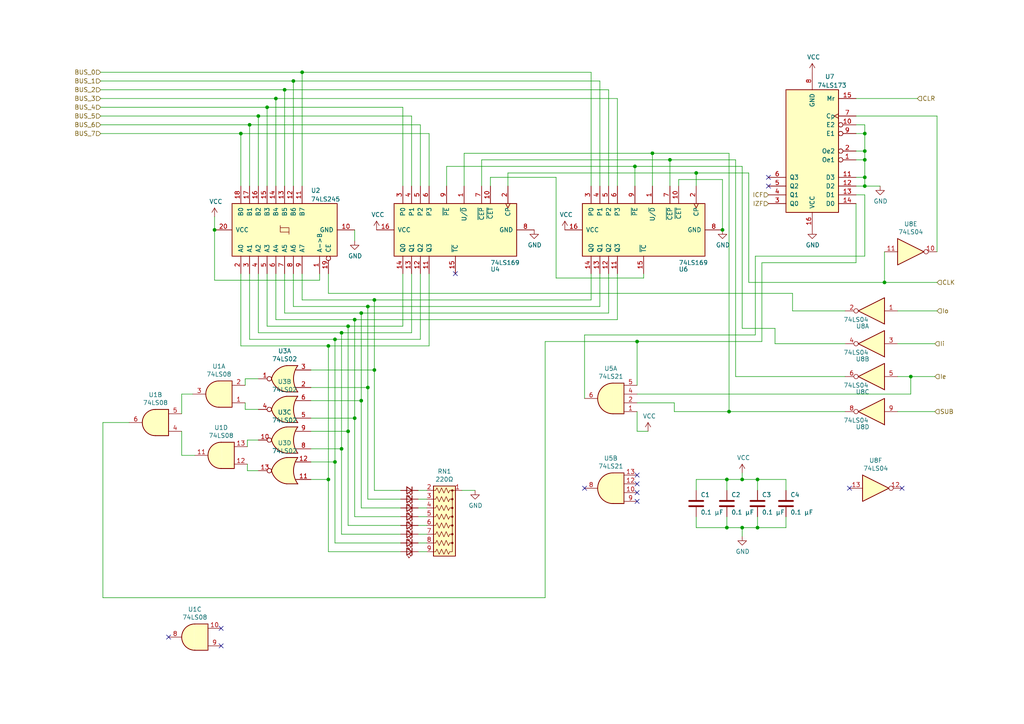
<source format=kicad_sch>
(kicad_sch (version 20211123) (generator eeschema)
  (paper "A4")
  (title_block (comment 1 "Notated for I register. Replace \"I\" in signals with \"J\" for J register.") (comment 2 "Ie high across consecutive clock cycles.") (comment 3 "Ie was set to increment or decrement. Typically, the microcode should not hold ") (comment 4 "Note that the ICF and IZF flags should be checked on the next clock cycle after"))
  (lib_symbols
    (symbol "74xx:74LS02" (pin_names (offset 1.016))
      (property "Reference" "U" (at 0 1.27 0))
      (property "Value" "74LS02" (at 0 -1.27 0))
      (symbol "74LS02_1_1"
        (arc (start -3.81 -3.81) (mid -2.589 0) (end -3.81 3.81) (stroke (width 0.254)))
        (arc (start -0.6096 -3.81) (mid 2.1842 -2.5851) (end 3.81 0) (stroke (width 0.254)) (fill (type background)))
        (polyline (pts (xy -3.81 -3.81) (xy -0.635 -3.81)) (stroke (width 0.254)) (fill (type background)))
        (polyline (pts (xy -3.81 3.81) (xy -0.635 3.81)) (stroke (width 0.254)) (fill (type background)))
        (polyline (pts (xy -0.635 3.81) (xy -3.81 3.81) (xy -3.81 3.81) (xy -3.556 3.4036) (xy -3.0226 2.2606) (xy -2.6924 1.0414) (xy -2.6162 -0.254) (xy -2.7686 -1.4986) (xy -3.175 -2.7178) (xy -3.81 -3.81) (xy -3.81 -3.81) (xy -0.635 -3.81)) (stroke (width -25.4)) (fill (type background)))
        (arc (start 3.81 0) (mid 2.1915 2.5936) (end -0.6096 3.81) (stroke (width 0.254)) (fill (type background)))
        (pin output inverted (at 7.62 0 180) (length 3.81) (name "~") (number "1"))
        (pin input line (at -7.62 2.54 0) (length 4.318) (name "~") (number "2"))
        (pin input line (at -7.62 -2.54 0) (length 4.318) (name "~") (number "3"))
      )
      (symbol "74LS02_1_2"
        (arc (start 0 -3.81) (mid 3.81 0) (end 0 3.81) (stroke (width 0.254)) (fill (type background)))
        (polyline (pts (xy 0 3.81) (xy -3.81 3.81) (xy -3.81 -3.81) (xy 0 -3.81)) (stroke (width 0.254)) (fill (type background)))
        (pin output line (at 7.62 0 180) (length 3.81) (name "~") (number "1"))
        (pin input inverted (at -7.62 2.54 0) (length 3.81) (name "~") (number "2"))
        (pin input inverted (at -7.62 -2.54 0) (length 3.81) (name "~") (number "3"))
      )
      (symbol "74LS02_2_1"
        (arc (start -3.81 -3.81) (mid -2.589 0) (end -3.81 3.81) (stroke (width 0.254)))
        (arc (start -0.6096 -3.81) (mid 2.1842 -2.5851) (end 3.81 0) (stroke (width 0.254)) (fill (type background)))
        (polyline (pts (xy -3.81 -3.81) (xy -0.635 -3.81)) (stroke (width 0.254)) (fill (type background)))
        (polyline (pts (xy -3.81 3.81) (xy -0.635 3.81)) (stroke (width 0.254)) (fill (type background)))
        (polyline (pts (xy -0.635 3.81) (xy -3.81 3.81) (xy -3.81 3.81) (xy -3.556 3.4036) (xy -3.0226 2.2606) (xy -2.6924 1.0414) (xy -2.6162 -0.254) (xy -2.7686 -1.4986) (xy -3.175 -2.7178) (xy -3.81 -3.81) (xy -3.81 -3.81) (xy -0.635 -3.81)) (stroke (width -25.4)) (fill (type background)))
        (arc (start 3.81 0) (mid 2.1915 2.5936) (end -0.6096 3.81) (stroke (width 0.254)) (fill (type background)))
        (pin output inverted (at 7.62 0 180) (length 3.81) (name "~") (number "4"))
        (pin input line (at -7.62 2.54 0) (length 4.318) (name "~") (number "5"))
        (pin input line (at -7.62 -2.54 0) (length 4.318) (name "~") (number "6"))
      )
      (symbol "74LS02_2_2"
        (arc (start 0 -3.81) (mid 3.81 0) (end 0 3.81) (stroke (width 0.254)) (fill (type background)))
        (polyline (pts (xy 0 3.81) (xy -3.81 3.81) (xy -3.81 -3.81) (xy 0 -3.81)) (stroke (width 0.254)) (fill (type background)))
        (pin output line (at 7.62 0 180) (length 3.81) (name "~") (number "4"))
        (pin input inverted (at -7.62 2.54 0) (length 3.81) (name "~") (number "5"))
        (pin input inverted (at -7.62 -2.54 0) (length 3.81) (name "~") (number "6"))
      )
      (symbol "74LS02_3_1"
        (arc (start -3.81 -3.81) (mid -2.589 0) (end -3.81 3.81) (stroke (width 0.254)))
        (arc (start -0.6096 -3.81) (mid 2.1842 -2.5851) (end 3.81 0) (stroke (width 0.254)) (fill (type background)))
        (polyline (pts (xy -3.81 -3.81) (xy -0.635 -3.81)) (stroke (width 0.254)) (fill (type background)))
        (polyline (pts (xy -3.81 3.81) (xy -0.635 3.81)) (stroke (width 0.254)) (fill (type background)))
        (polyline (pts (xy -0.635 3.81) (xy -3.81 3.81) (xy -3.81 3.81) (xy -3.556 3.4036) (xy -3.0226 2.2606) (xy -2.6924 1.0414) (xy -2.6162 -0.254) (xy -2.7686 -1.4986) (xy -3.175 -2.7178) (xy -3.81 -3.81) (xy -3.81 -3.81) (xy -0.635 -3.81)) (stroke (width -25.4)) (fill (type background)))
        (arc (start 3.81 0) (mid 2.1915 2.5936) (end -0.6096 3.81) (stroke (width 0.254)) (fill (type background)))
        (pin output inverted (at 7.62 0 180) (length 3.81) (name "~") (number "10"))
        (pin input line (at -7.62 2.54 0) (length 4.318) (name "~") (number "8"))
        (pin input line (at -7.62 -2.54 0) (length 4.318) (name "~") (number "9"))
      )
      (symbol "74LS02_3_2"
        (arc (start 0 -3.81) (mid 3.81 0) (end 0 3.81) (stroke (width 0.254)) (fill (type background)))
        (polyline (pts (xy 0 3.81) (xy -3.81 3.81) (xy -3.81 -3.81) (xy 0 -3.81)) (stroke (width 0.254)) (fill (type background)))
        (pin output line (at 7.62 0 180) (length 3.81) (name "~") (number "10"))
        (pin input inverted (at -7.62 2.54 0) (length 3.81) (name "~") (number "8"))
        (pin input inverted (at -7.62 -2.54 0) (length 3.81) (name "~") (number "9"))
      )
      (symbol "74LS02_4_1"
        (arc (start -3.81 -3.81) (mid -2.589 0) (end -3.81 3.81) (stroke (width 0.254)))
        (arc (start -0.6096 -3.81) (mid 2.1842 -2.5851) (end 3.81 0) (stroke (width 0.254)) (fill (type background)))
        (polyline (pts (xy -3.81 -3.81) (xy -0.635 -3.81)) (stroke (width 0.254)) (fill (type background)))
        (polyline (pts (xy -3.81 3.81) (xy -0.635 3.81)) (stroke (width 0.254)) (fill (type background)))
        (polyline (pts (xy -0.635 3.81) (xy -3.81 3.81) (xy -3.81 3.81) (xy -3.556 3.4036) (xy -3.0226 2.2606) (xy -2.6924 1.0414) (xy -2.6162 -0.254) (xy -2.7686 -1.4986) (xy -3.175 -2.7178) (xy -3.81 -3.81) (xy -3.81 -3.81) (xy -0.635 -3.81)) (stroke (width -25.4)) (fill (type background)))
        (arc (start 3.81 0) (mid 2.1915 2.5936) (end -0.6096 3.81) (stroke (width 0.254)) (fill (type background)))
        (pin input line (at -7.62 2.54 0) (length 4.318) (name "~") (number "11"))
        (pin input line (at -7.62 -2.54 0) (length 4.318) (name "~") (number "12"))
        (pin output inverted (at 7.62 0 180) (length 3.81) (name "~") (number "13"))
      )
      (symbol "74LS02_4_2"
        (arc (start 0 -3.81) (mid 3.81 0) (end 0 3.81) (stroke (width 0.254)) (fill (type background)))
        (polyline (pts (xy 0 3.81) (xy -3.81 3.81) (xy -3.81 -3.81) (xy 0 -3.81)) (stroke (width 0.254)) (fill (type background)))
        (pin input inverted (at -7.62 2.54 0) (length 3.81) (name "~") (number "11"))
        (pin input inverted (at -7.62 -2.54 0) (length 3.81) (name "~") (number "12"))
        (pin output line (at 7.62 0 180) (length 3.81) (name "~") (number "13"))
      )
      (symbol "74LS02_5_0"
        (pin power_in line (at 0 12.7 270) (length 5.08) (name "VCC") (number "14"))
        (pin power_in line (at 0 -12.7 90) (length 5.08) (name "GND") (number "7"))
      )
      (symbol "74LS02_5_1"
        (rectangle (start -5.08 7.62) (end 5.08 -7.62) (stroke (width 0.254)) (fill (type background)))
      )
    )
    (symbol "74xx:74LS04"
      (property "Reference" "U" (at 0 1.27 0))
      (property "Value" "74LS04" (at 0 -1.27 0))
      (symbol "74LS04_1_0"
        (polyline (pts (xy -3.81 3.81) (xy -3.81 -3.81) (xy 3.81 0) (xy -3.81 3.81)) (stroke (width 0.254)) (fill (type background)))
        (pin input line (at -7.62 0 0) (length 3.81) (name "~") (number "1"))
        (pin output inverted (at 7.62 0 180) (length 3.81) (name "~") (number "2"))
      )
      (symbol "74LS04_2_0"
        (polyline (pts (xy -3.81 3.81) (xy -3.81 -3.81) (xy 3.81 0) (xy -3.81 3.81)) (stroke (width 0.254)) (fill (type background)))
        (pin input line (at -7.62 0 0) (length 3.81) (name "~") (number "3"))
        (pin output inverted (at 7.62 0 180) (length 3.81) (name "~") (number "4"))
      )
      (symbol "74LS04_3_0"
        (polyline (pts (xy -3.81 3.81) (xy -3.81 -3.81) (xy 3.81 0) (xy -3.81 3.81)) (stroke (width 0.254)) (fill (type background)))
        (pin input line (at -7.62 0 0) (length 3.81) (name "~") (number "5"))
        (pin output inverted (at 7.62 0 180) (length 3.81) (name "~") (number "6"))
      )
      (symbol "74LS04_4_0"
        (polyline (pts (xy -3.81 3.81) (xy -3.81 -3.81) (xy 3.81 0) (xy -3.81 3.81)) (stroke (width 0.254)) (fill (type background)))
        (pin output inverted (at 7.62 0 180) (length 3.81) (name "~") (number "8"))
        (pin input line (at -7.62 0 0) (length 3.81) (name "~") (number "9"))
      )
      (symbol "74LS04_5_0"
        (polyline (pts (xy -3.81 3.81) (xy -3.81 -3.81) (xy 3.81 0) (xy -3.81 3.81)) (stroke (width 0.254)) (fill (type background)))
        (pin output inverted (at 7.62 0 180) (length 3.81) (name "~") (number "10"))
        (pin input line (at -7.62 0 0) (length 3.81) (name "~") (number "11"))
      )
      (symbol "74LS04_6_0"
        (polyline (pts (xy -3.81 3.81) (xy -3.81 -3.81) (xy 3.81 0) (xy -3.81 3.81)) (stroke (width 0.254)) (fill (type background)))
        (pin output inverted (at 7.62 0 180) (length 3.81) (name "~") (number "12"))
        (pin input line (at -7.62 0 0) (length 3.81) (name "~") (number "13"))
      )
      (symbol "74LS04_7_0"
        (pin power_in line (at 0 12.7 270) (length 5.08) (name "VCC") (number "14"))
        (pin power_in line (at 0 -12.7 90) (length 5.08) (name "GND") (number "7"))
      )
      (symbol "74LS04_7_1"
        (rectangle (start -5.08 7.62) (end 5.08 -7.62) (stroke (width 0.254)) (fill (type background)))
      )
    )
    (symbol "74xx:74LS08" (pin_names (offset 1.016))
      (property "Reference" "U" (at 0 1.27 0))
      (property "Value" "74LS08" (at 0 -1.27 0))
      (symbol "74LS08_1_1"
        (arc (start 0 -3.81) (mid 3.81 0) (end 0 3.81) (stroke (width 0.254)) (fill (type background)))
        (polyline (pts (xy 0 3.81) (xy -3.81 3.81) (xy -3.81 -3.81) (xy 0 -3.81)) (stroke (width 0.254)) (fill (type background)))
        (pin input line (at -7.62 2.54 0) (length 3.81) (name "~") (number "1"))
        (pin input line (at -7.62 -2.54 0) (length 3.81) (name "~") (number "2"))
        (pin output line (at 7.62 0 180) (length 3.81) (name "~") (number "3"))
      )
      (symbol "74LS08_1_2"
        (arc (start -3.81 -3.81) (mid -2.589 0) (end -3.81 3.81) (stroke (width 0.254)))
        (arc (start -0.6096 -3.81) (mid 2.1842 -2.5851) (end 3.81 0) (stroke (width 0.254)) (fill (type background)))
        (polyline (pts (xy -3.81 -3.81) (xy -0.635 -3.81)) (stroke (width 0.254)) (fill (type background)))
        (polyline (pts (xy -3.81 3.81) (xy -0.635 3.81)) (stroke (width 0.254)) (fill (type background)))
        (polyline (pts (xy -0.635 3.81) (xy -3.81 3.81) (xy -3.81 3.81) (xy -3.556 3.4036) (xy -3.0226 2.2606) (xy -2.6924 1.0414) (xy -2.6162 -0.254) (xy -2.7686 -1.4986) (xy -3.175 -2.7178) (xy -3.81 -3.81) (xy -3.81 -3.81) (xy -0.635 -3.81)) (stroke (width -25.4)) (fill (type background)))
        (arc (start 3.81 0) (mid 2.1915 2.5936) (end -0.6096 3.81) (stroke (width 0.254)) (fill (type background)))
        (pin input inverted (at -7.62 2.54 0) (length 4.318) (name "~") (number "1"))
        (pin input inverted (at -7.62 -2.54 0) (length 4.318) (name "~") (number "2"))
        (pin output inverted (at 7.62 0 180) (length 3.81) (name "~") (number "3"))
      )
      (symbol "74LS08_2_1"
        (arc (start 0 -3.81) (mid 3.81 0) (end 0 3.81) (stroke (width 0.254)) (fill (type background)))
        (polyline (pts (xy 0 3.81) (xy -3.81 3.81) (xy -3.81 -3.81) (xy 0 -3.81)) (stroke (width 0.254)) (fill (type background)))
        (pin input line (at -7.62 2.54 0) (length 3.81) (name "~") (number "4"))
        (pin input line (at -7.62 -2.54 0) (length 3.81) (name "~") (number "5"))
        (pin output line (at 7.62 0 180) (length 3.81) (name "~") (number "6"))
      )
      (symbol "74LS08_2_2"
        (arc (start -3.81 -3.81) (mid -2.589 0) (end -3.81 3.81) (stroke (width 0.254)))
        (arc (start -0.6096 -3.81) (mid 2.1842 -2.5851) (end 3.81 0) (stroke (width 0.254)) (fill (type background)))
        (polyline (pts (xy -3.81 -3.81) (xy -0.635 -3.81)) (stroke (width 0.254)) (fill (type background)))
        (polyline (pts (xy -3.81 3.81) (xy -0.635 3.81)) (stroke (width 0.254)) (fill (type background)))
        (polyline (pts (xy -0.635 3.81) (xy -3.81 3.81) (xy -3.81 3.81) (xy -3.556 3.4036) (xy -3.0226 2.2606) (xy -2.6924 1.0414) (xy -2.6162 -0.254) (xy -2.7686 -1.4986) (xy -3.175 -2.7178) (xy -3.81 -3.81) (xy -3.81 -3.81) (xy -0.635 -3.81)) (stroke (width -25.4)) (fill (type background)))
        (arc (start 3.81 0) (mid 2.1915 2.5936) (end -0.6096 3.81) (stroke (width 0.254)) (fill (type background)))
        (pin input inverted (at -7.62 2.54 0) (length 4.318) (name "~") (number "4"))
        (pin input inverted (at -7.62 -2.54 0) (length 4.318) (name "~") (number "5"))
        (pin output inverted (at 7.62 0 180) (length 3.81) (name "~") (number "6"))
      )
      (symbol "74LS08_3_1"
        (arc (start 0 -3.81) (mid 3.81 0) (end 0 3.81) (stroke (width 0.254)) (fill (type background)))
        (polyline (pts (xy 0 3.81) (xy -3.81 3.81) (xy -3.81 -3.81) (xy 0 -3.81)) (stroke (width 0.254)) (fill (type background)))
        (pin input line (at -7.62 -2.54 0) (length 3.81) (name "~") (number "10"))
        (pin output line (at 7.62 0 180) (length 3.81) (name "~") (number "8"))
        (pin input line (at -7.62 2.54 0) (length 3.81) (name "~") (number "9"))
      )
      (symbol "74LS08_3_2"
        (arc (start -3.81 -3.81) (mid -2.589 0) (end -3.81 3.81) (stroke (width 0.254)))
        (arc (start -0.6096 -3.81) (mid 2.1842 -2.5851) (end 3.81 0) (stroke (width 0.254)) (fill (type background)))
        (polyline (pts (xy -3.81 -3.81) (xy -0.635 -3.81)) (stroke (width 0.254)) (fill (type background)))
        (polyline (pts (xy -3.81 3.81) (xy -0.635 3.81)) (stroke (width 0.254)) (fill (type background)))
        (polyline (pts (xy -0.635 3.81) (xy -3.81 3.81) (xy -3.81 3.81) (xy -3.556 3.4036) (xy -3.0226 2.2606) (xy -2.6924 1.0414) (xy -2.6162 -0.254) (xy -2.7686 -1.4986) (xy -3.175 -2.7178) (xy -3.81 -3.81) (xy -3.81 -3.81) (xy -0.635 -3.81)) (stroke (width -25.4)) (fill (type background)))
        (arc (start 3.81 0) (mid 2.1915 2.5936) (end -0.6096 3.81) (stroke (width 0.254)) (fill (type background)))
        (pin input inverted (at -7.62 -2.54 0) (length 4.318) (name "~") (number "10"))
        (pin output inverted (at 7.62 0 180) (length 3.81) (name "~") (number "8"))
        (pin input inverted (at -7.62 2.54 0) (length 4.318) (name "~") (number "9"))
      )
      (symbol "74LS08_4_1"
        (arc (start 0 -3.81) (mid 3.81 0) (end 0 3.81) (stroke (width 0.254)) (fill (type background)))
        (polyline (pts (xy 0 3.81) (xy -3.81 3.81) (xy -3.81 -3.81) (xy 0 -3.81)) (stroke (width 0.254)) (fill (type background)))
        (pin output line (at 7.62 0 180) (length 3.81) (name "~") (number "11"))
        (pin input line (at -7.62 2.54 0) (length 3.81) (name "~") (number "12"))
        (pin input line (at -7.62 -2.54 0) (length 3.81) (name "~") (number "13"))
      )
      (symbol "74LS08_4_2"
        (arc (start -3.81 -3.81) (mid -2.589 0) (end -3.81 3.81) (stroke (width 0.254)))
        (arc (start -0.6096 -3.81) (mid 2.1842 -2.5851) (end 3.81 0) (stroke (width 0.254)) (fill (type background)))
        (polyline (pts (xy -3.81 -3.81) (xy -0.635 -3.81)) (stroke (width 0.254)) (fill (type background)))
        (polyline (pts (xy -3.81 3.81) (xy -0.635 3.81)) (stroke (width 0.254)) (fill (type background)))
        (polyline (pts (xy -0.635 3.81) (xy -3.81 3.81) (xy -3.81 3.81) (xy -3.556 3.4036) (xy -3.0226 2.2606) (xy -2.6924 1.0414) (xy -2.6162 -0.254) (xy -2.7686 -1.4986) (xy -3.175 -2.7178) (xy -3.81 -3.81) (xy -3.81 -3.81) (xy -0.635 -3.81)) (stroke (width -25.4)) (fill (type background)))
        (arc (start 3.81 0) (mid 2.1915 2.5936) (end -0.6096 3.81) (stroke (width 0.254)) (fill (type background)))
        (pin output inverted (at 7.62 0 180) (length 3.81) (name "~") (number "11"))
        (pin input inverted (at -7.62 2.54 0) (length 4.318) (name "~") (number "12"))
        (pin input inverted (at -7.62 -2.54 0) (length 4.318) (name "~") (number "13"))
      )
      (symbol "74LS08_5_0"
        (pin power_in line (at 0 12.7 270) (length 5.08) (name "VCC") (number "14"))
        (pin power_in line (at 0 -12.7 90) (length 5.08) (name "GND") (number "7"))
      )
      (symbol "74LS08_5_1"
        (rectangle (start -5.08 7.62) (end 5.08 -7.62) (stroke (width 0.254)) (fill (type background)))
      )
    )
    (symbol "74xx:74LS169" (pin_names (offset 1.016))
      (property "Reference" "U" (at -7.62 19.05 0))
      (property "Value" "74LS169" (at -7.62 -19.05 0))
      (symbol "74LS169_1_0"
        (pin input line (at -12.7 -2.54 0) (length 5.08) (name "U/~{D}") (number "1"))
        (pin input line (at -12.7 -10.16 0) (length 5.08) (name "~{CET}") (number "10"))
        (pin output line (at 12.7 7.62 180) (length 5.08) (name "Q3") (number "11"))
        (pin output line (at 12.7 10.16 180) (length 5.08) (name "Q2") (number "12"))
        (pin output line (at 12.7 12.7 180) (length 5.08) (name "Q1") (number "13"))
        (pin output line (at 12.7 15.24 180) (length 5.08) (name "Q0") (number "14"))
        (pin output line (at 12.7 0 180) (length 5.08) (name "~{TC}") (number "15"))
        (pin power_in line (at 0 22.86 270) (length 5.08) (name "VCC") (number "16"))
        (pin input clock (at -12.7 -15.24 0) (length 5.08) (name "CP") (number "2"))
        (pin input line (at -12.7 15.24 0) (length 5.08) (name "P0") (number "3"))
        (pin input line (at -12.7 12.7 0) (length 5.08) (name "P1") (number "4"))
        (pin input line (at -12.7 10.16 0) (length 5.08) (name "P2") (number "5"))
        (pin input line (at -12.7 7.62 0) (length 5.08) (name "P3") (number "6"))
        (pin input line (at -12.7 -7.62 0) (length 5.08) (name "~{CEP}") (number "7"))
        (pin power_in line (at 0 -22.86 90) (length 5.08) (name "GND") (number "8"))
        (pin input line (at -12.7 2.54 0) (length 5.08) (name "~{PE}") (number "9"))
      )
      (symbol "74LS169_1_1"
        (rectangle (start -7.62 17.78) (end 7.62 -17.78) (stroke (width 0.254)) (fill (type background)))
      )
    )
    (symbol "74xx:74LS173" (pin_names (offset 1.016))
      (property "Reference" "U" (at -7.62 19.05 0))
      (property "Value" "74LS173" (at -7.62 -19.05 0))
      (symbol "74LS173_1_0"
        (pin input inverted (at -12.7 2.54 0) (length 5.08) (name "Oe1") (number "1"))
        (pin input inverted (at -12.7 -7.62 0) (length 5.08) (name "E2") (number "10"))
        (pin input line (at -12.7 7.62 0) (length 5.08) (name "D3") (number "11"))
        (pin input line (at -12.7 10.16 0) (length 5.08) (name "D2") (number "12"))
        (pin input line (at -12.7 12.7 0) (length 5.08) (name "D1") (number "13"))
        (pin input line (at -12.7 15.24 0) (length 5.08) (name "D0") (number "14"))
        (pin input line (at -12.7 -15.24 0) (length 5.08) (name "Mr") (number "15"))
        (pin power_in line (at 0 22.86 270) (length 5.08) (name "VCC") (number "16"))
        (pin input inverted (at -12.7 0 0) (length 5.08) (name "Oe2") (number "2"))
        (pin tri_state line (at 12.7 15.24 180) (length 5.08) (name "Q0") (number "3"))
        (pin tri_state line (at 12.7 12.7 180) (length 5.08) (name "Q1") (number "4"))
        (pin tri_state line (at 12.7 10.16 180) (length 5.08) (name "Q2") (number "5"))
        (pin tri_state line (at 12.7 7.62 180) (length 5.08) (name "Q3") (number "6"))
        (pin input clock (at -12.7 -10.16 0) (length 5.08) (name "Cp") (number "7"))
        (pin power_in line (at 0 -22.86 90) (length 5.08) (name "GND") (number "8"))
        (pin input inverted (at -12.7 -5.08 0) (length 5.08) (name "E1") (number "9"))
      )
      (symbol "74LS173_1_1"
        (rectangle (start -7.62 17.78) (end 7.62 -17.78) (stroke (width 0.254)) (fill (type background)))
      )
    )
    (symbol "74xx:74LS21" (pin_names (offset 1.016))
      (property "Reference" "U" (at 0 1.27 0))
      (property "Value" "74LS21" (at 0 -1.27 0))
      (symbol "74LS21_1_1"
        (arc (start -0.635 -4.445) (mid 3.81 0) (end -0.635 4.445) (stroke (width 0.254)) (fill (type background)))
        (polyline (pts (xy -0.635 4.445) (xy -3.81 4.445) (xy -3.81 -4.445) (xy -0.635 -4.445)) (stroke (width 0.254)) (fill (type background)))
        (pin input line (at -7.62 3.81 0) (length 3.81) (name "~") (number "1"))
        (pin input line (at -7.62 1.27 0) (length 3.81) (name "~") (number "2"))
        (pin input line (at -7.62 -1.27 0) (length 3.81) (name "~") (number "4"))
        (pin input line (at -7.62 -3.81 0) (length 3.81) (name "~") (number "5"))
        (pin output line (at 7.62 0 180) (length 3.81) (name "~") (number "6"))
      )
      (symbol "74LS21_1_2"
        (arc (start -3.81 -4.445) (mid -2.5908 0) (end -3.81 4.445) (stroke (width 0.254)))
        (arc (start -0.6096 -4.445) (mid 2.2246 -2.8422) (end 3.81 0) (stroke (width 0.254)) (fill (type background)))
        (polyline (pts (xy -3.81 -4.445) (xy -0.635 -4.445)) (stroke (width 0.254)) (fill (type background)))
        (polyline (pts (xy -3.81 4.445) (xy -0.635 4.445)) (stroke (width 0.254)) (fill (type background)))
        (polyline (pts (xy -0.635 4.445) (xy -3.81 4.445) (xy -3.81 4.445) (xy -3.6322 4.0894) (xy -3.0988 2.921) (xy -2.7686 1.6764) (xy -2.6162 0.4318) (xy -2.6416 -0.8636) (xy -2.8702 -2.1082) (xy -3.2512 -3.3274) (xy -3.81 -4.445) (xy -3.81 -4.445) (xy -0.635 -4.445)) (stroke (width -25.4)) (fill (type background)))
        (arc (start 3.81 0) (mid 2.2204 2.8379) (end -0.6096 4.445) (stroke (width 0.254)) (fill (type background)))
        (pin input inverted (at -7.62 3.81 0) (length 3.81) (name "~") (number "1"))
        (pin input inverted (at -7.62 1.27 0) (length 4.826) (name "~") (number "2"))
        (pin input inverted (at -7.62 -1.27 0) (length 4.826) (name "~") (number "4"))
        (pin input inverted (at -7.62 -3.81 0) (length 3.81) (name "~") (number "5"))
        (pin output inverted (at 7.62 0 180) (length 3.81) (name "~") (number "6"))
      )
      (symbol "74LS21_2_1"
        (arc (start -0.635 -4.445) (mid 3.81 0) (end -0.635 4.445) (stroke (width 0.254)) (fill (type background)))
        (polyline (pts (xy -0.635 4.445) (xy -3.81 4.445) (xy -3.81 -4.445) (xy -0.635 -4.445)) (stroke (width 0.254)) (fill (type background)))
        (pin input line (at -7.62 1.27 0) (length 3.81) (name "~") (number "10"))
        (pin input line (at -7.62 -1.27 0) (length 3.81) (name "~") (number "12"))
        (pin input line (at -7.62 -3.81 0) (length 3.81) (name "~") (number "13"))
        (pin output line (at 7.62 0 180) (length 3.81) (name "~") (number "8"))
        (pin input line (at -7.62 3.81 0) (length 3.81) (name "~") (number "9"))
      )
      (symbol "74LS21_2_2"
        (arc (start -3.81 -4.445) (mid -2.5908 0) (end -3.81 4.445) (stroke (width 0.254)))
        (arc (start -0.6096 -4.445) (mid 2.2246 -2.8422) (end 3.81 0) (stroke (width 0.254)) (fill (type background)))
        (polyline (pts (xy -3.81 -4.445) (xy -0.635 -4.445)) (stroke (width 0.254)) (fill (type background)))
        (polyline (pts (xy -3.81 4.445) (xy -0.635 4.445)) (stroke (width 0.254)) (fill (type background)))
        (polyline (pts (xy -0.635 4.445) (xy -3.81 4.445) (xy -3.81 4.445) (xy -3.6322 4.0894) (xy -3.0988 2.921) (xy -2.7686 1.6764) (xy -2.6162 0.4318) (xy -2.6416 -0.8636) (xy -2.8702 -2.1082) (xy -3.2512 -3.3274) (xy -3.81 -4.445) (xy -3.81 -4.445) (xy -0.635 -4.445)) (stroke (width -25.4)) (fill (type background)))
        (arc (start 3.81 0) (mid 2.2204 2.8379) (end -0.6096 4.445) (stroke (width 0.254)) (fill (type background)))
        (pin input inverted (at -7.62 1.27 0) (length 4.826) (name "~") (number "10"))
        (pin input inverted (at -7.62 -1.27 0) (length 4.826) (name "~") (number "12"))
        (pin input inverted (at -7.62 -3.81 0) (length 3.81) (name "~") (number "13"))
        (pin output inverted (at 7.62 0 180) (length 3.81) (name "~") (number "8"))
        (pin input inverted (at -7.62 3.81 0) (length 3.81) (name "~") (number "9"))
      )
      (symbol "74LS21_3_0"
        (pin power_in line (at 0 12.7 270) (length 5.08) (name "VCC") (number "14"))
        (pin power_in line (at 0 -12.7 90) (length 5.08) (name "GND") (number "7"))
      )
      (symbol "74LS21_3_1"
        (rectangle (start -5.08 7.62) (end 5.08 -7.62) (stroke (width 0.254)) (fill (type background)))
      )
    )
    (symbol "74xx:74LS245" (pin_names (offset 1.016))
      (property "Reference" "U" (at -7.62 16.51 0))
      (property "Value" "74LS245" (at -7.62 -16.51 0))
      (symbol "74LS245_1_0"
        (polyline (pts (xy -0.635 -1.27) (xy -0.635 1.27) (xy 0.635 1.27)))
        (polyline (pts (xy -1.27 -1.27) (xy 0.635 -1.27) (xy 0.635 1.27) (xy 1.27 1.27)))
        (pin input line (at -12.7 -10.16 0) (length 5.08) (name "A->B") (number "1"))
        (pin power_in line (at 0 -20.32 90) (length 5.08) (name "GND") (number "10"))
        (pin tri_state line (at 12.7 -5.08 180) (length 5.08) (name "B7") (number "11"))
        (pin tri_state line (at 12.7 -2.54 180) (length 5.08) (name "B6") (number "12"))
        (pin tri_state line (at 12.7 0 180) (length 5.08) (name "B5") (number "13"))
        (pin tri_state line (at 12.7 2.54 180) (length 5.08) (name "B4") (number "14"))
        (pin tri_state line (at 12.7 5.08 180) (length 5.08) (name "B3") (number "15"))
        (pin tri_state line (at 12.7 7.62 180) (length 5.08) (name "B2") (number "16"))
        (pin tri_state line (at 12.7 10.16 180) (length 5.08) (name "B1") (number "17"))
        (pin tri_state line (at 12.7 12.7 180) (length 5.08) (name "B0") (number "18"))
        (pin input inverted (at -12.7 -12.7 0) (length 5.08) (name "CE") (number "19"))
        (pin tri_state line (at -12.7 12.7 0) (length 5.08) (name "A0") (number "2"))
        (pin power_in line (at 0 20.32 270) (length 5.08) (name "VCC") (number "20"))
        (pin tri_state line (at -12.7 10.16 0) (length 5.08) (name "A1") (number "3"))
        (pin tri_state line (at -12.7 7.62 0) (length 5.08) (name "A2") (number "4"))
        (pin tri_state line (at -12.7 5.08 0) (length 5.08) (name "A3") (number "5"))
        (pin tri_state line (at -12.7 2.54 0) (length 5.08) (name "A4") (number "6"))
        (pin tri_state line (at -12.7 0 0) (length 5.08) (name "A5") (number "7"))
        (pin tri_state line (at -12.7 -2.54 0) (length 5.08) (name "A6") (number "8"))
        (pin tri_state line (at -12.7 -5.08 0) (length 5.08) (name "A7") (number "9"))
      )
      (symbol "74LS245_1_1"
        (rectangle (start -7.62 15.24) (end 7.62 -15.24) (stroke (width 0.254)) (fill (type background)))
      )
    )
    (symbol "Device:C" (pin_numbers hide) (pin_names (offset 0.254))
      (property "Reference" "C" (at 0.635 2.54 0))
      (property "Value" "C" (at 0.635 -2.54 0))
      (symbol "C_0_1"
        (polyline (pts (xy -2.032 -0.762) (xy 2.032 -0.762)) (stroke (width 0.508)))
        (polyline (pts (xy -2.032 0.762) (xy 2.032 0.762)) (stroke (width 0.508)))
      )
      (symbol "C_1_1"
        (pin passive line (at 0 3.81 270) (length 2.794) (name "~") (number "1"))
        (pin passive line (at 0 -3.81 90) (length 2.794) (name "~") (number "2"))
      )
    )
    (symbol "Device:LED_Small" (pin_numbers hide) (pin_names (offset 0.254) hide)
      (property "Reference" "D" (at -1.27 3.175 0))
      (property "Value" "LED_Small" (at -4.445 -2.54 0))
      (symbol "LED_Small_0_1"
        (polyline (pts (xy -0.762 -1.016) (xy -0.762 1.016)) (stroke (width 0.254)))
        (polyline (pts (xy 1.016 0) (xy -0.762 0)))
        (polyline (pts (xy 0.762 -1.016) (xy -0.762 0) (xy 0.762 1.016) (xy 0.762 -1.016)) (stroke (width 0.254)))
        (polyline (pts (xy 0 0.762) (xy -0.508 1.27) (xy -0.254 1.27) (xy -0.508 1.27) (xy -0.508 1.016)))
        (polyline (pts (xy 0.508 1.27) (xy 0 1.778) (xy 0.254 1.778) (xy 0 1.778) (xy 0 1.524)))
      )
      (symbol "LED_Small_1_1"
        (pin passive line (at -2.54 0 0) (length 1.778) (name "K") (number "1"))
        (pin passive line (at 2.54 0 180) (length 1.778) (name "A") (number "2"))
      )
    )
    (symbol "Device:R_Network08_US" (pin_names (offset 0) hide)
      (property "Reference" "RN" (at -12.7 0 90))
      (property "Value" "R_Network08_US" (at 10.16 0 90))
      (symbol "R_Network08_US_0_1"
        (rectangle (start -11.43 -3.175) (end 8.89 3.175) (stroke (width 0.254)) (fill (type background)))
        (circle (center -10.16 2.286) (radius 0.254) (fill (type outline)))
        (circle (center -7.62 2.286) (radius 0.254) (fill (type outline)))
        (circle (center -5.08 2.286) (radius 0.254) (fill (type outline)))
        (circle (center -2.54 2.286) (radius 0.254) (fill (type outline)))
        (polyline (pts (xy -10.16 2.286) (xy 7.62 2.286)))
        (polyline (pts (xy -10.16 2.286) (xy -10.16 1.524) (xy -9.398 1.1684) (xy -10.922 0.508) (xy -9.398 -0.1524) (xy -10.922 -0.8382) (xy -9.398 -1.524) (xy -10.922 -2.1844) (xy -10.16 -2.54) (xy -10.16 -3.81)))
        (polyline (pts (xy -7.62 2.286) (xy -7.62 1.524) (xy -6.858 1.1684) (xy -8.382 0.508) (xy -6.858 -0.1524) (xy -8.382 -0.8382) (xy -6.858 -1.524) (xy -8.382 -2.1844) (xy -7.62 -2.54) (xy -7.62 -3.81)))
        (polyline (pts (xy -5.08 2.286) (xy -5.08 1.524) (xy -4.318 1.1684) (xy -5.842 0.508) (xy -4.318 -0.1524) (xy -5.842 -0.8382) (xy -4.318 -1.524) (xy -5.842 -2.1844) (xy -5.08 -2.54) (xy -5.08 -3.81)))
        (polyline (pts (xy -2.54 2.286) (xy -2.54 1.524) (xy -1.778 1.1684) (xy -3.302 0.508) (xy -1.778 -0.1524) (xy -3.302 -0.8382) (xy -1.778 -1.524) (xy -3.302 -2.1844) (xy -2.54 -2.54) (xy -2.54 -3.81)))
        (polyline (pts (xy 0 2.286) (xy 0 1.524) (xy 0.762 1.1684) (xy -0.762 0.508) (xy 0.762 -0.1524) (xy -0.762 -0.8382) (xy 0.762 -1.524) (xy -0.762 -2.1844) (xy 0 -2.54) (xy 0 -3.81)))
        (polyline (pts (xy 2.54 2.286) (xy 2.54 1.524) (xy 3.302 1.1684) (xy 1.778 0.508) (xy 3.302 -0.1524) (xy 1.778 -0.8382) (xy 3.302 -1.524) (xy 1.778 -2.1844) (xy 2.54 -2.54) (xy 2.54 -3.81)))
        (polyline (pts (xy 5.08 2.286) (xy 5.08 1.524) (xy 5.842 1.1684) (xy 4.318 0.508) (xy 5.842 -0.1524) (xy 4.318 -0.8382) (xy 5.842 -1.524) (xy 4.318 -2.1844) (xy 5.08 -2.54) (xy 5.08 -3.81)))
        (polyline (pts (xy 7.62 2.286) (xy 7.62 1.524) (xy 8.382 1.1684) (xy 6.858 0.508) (xy 8.382 -0.1524) (xy 6.858 -0.8382) (xy 8.382 -1.524) (xy 6.858 -2.1844) (xy 7.62 -2.54) (xy 7.62 -3.81)))
        (circle (center 0 2.286) (radius 0.254) (fill (type outline)))
        (circle (center 2.54 2.286) (radius 0.254) (fill (type outline)))
        (circle (center 5.08 2.286) (radius 0.254) (fill (type outline)))
      )
      (symbol "R_Network08_US_1_1"
        (pin passive line (at -10.16 5.08 270) (length 2.54) (name "common") (number "1"))
        (pin passive line (at -10.16 -5.08 90) (length 1.27) (name "R1") (number "2"))
        (pin passive line (at -7.62 -5.08 90) (length 1.27) (name "R2") (number "3"))
        (pin passive line (at -5.08 -5.08 90) (length 1.27) (name "R3") (number "4"))
        (pin passive line (at -2.54 -5.08 90) (length 1.27) (name "R4") (number "5"))
        (pin passive line (at 0 -5.08 90) (length 1.27) (name "R5") (number "6"))
        (pin passive line (at 2.54 -5.08 90) (length 1.27) (name "R6") (number "7"))
        (pin passive line (at 5.08 -5.08 90) (length 1.27) (name "R7") (number "8"))
        (pin passive line (at 7.62 -5.08 90) (length 1.27) (name "R8") (number "9"))
      )
    )
    (symbol "power:GND" (power) (pin_names (offset 0))
      (property "Value" "GND" (at 0 -3.81 0))
      (symbol "GND_0_1"
        (polyline (pts (xy 0 0) (xy 0 -1.27) (xy 1.27 -1.27) (xy 0 -2.54) (xy -1.27 -1.27) (xy 0 -1.27)))
      )
      (symbol "GND_1_1"
        (pin power_in line (at 0 0 270) (length 0) hide (name "GND") (number "1"))
      )
    )
    (symbol "power:VCC" (power) (pin_names (offset 0))
      (property "Value" "VCC" (at 0 3.81 0))
      (symbol "VCC_0_1"
        (polyline (pts (xy -0.762 1.27) (xy 0 2.54)))
        (polyline (pts (xy 0 0) (xy 0 2.54)))
        (polyline (pts (xy 0 2.54) (xy 0.762 1.27)))
      )
      (symbol "VCC_1_1"
        (pin power_in line (at 0 0 90) (length 0) hide (name "VCC") (number "1"))
      )
    )
  )
  (junction (at 80.01 28.575))
  (junction (at 85.09 23.495))
  (junction (at 250.825 38.735))
  (junction (at 77.47 31.115))
  (junction (at 97.155 98.425))
  (junction (at 250.825 46.355))
  (junction (at 69.85 38.735))
  (junction (at 189.23 44.45))
  (junction (at 104.775 90.805))
  (junction (at 184.785 99.06))
  (junction (at 184.15 48.26))
  (junction (at 108.585 107.315))
  (junction (at 72.39 36.195))
  (junction (at 87.63 20.955))
  (junction (at 97.155 133.985))
  (junction (at 99.06 96.52))
  (junction (at 211.455 119.38))
  (junction (at 194.31 46.355))
  (junction (at 201.93 50.165))
  (junction (at 102.87 92.71))
  (junction (at 256.54 81.915))
  (junction (at 210.82 139.065))
  (junction (at 62.23 66.675))
  (junction (at 210.82 153.035))
  (junction (at 215.265 153.035))
  (junction (at 74.93 33.655))
  (junction (at 95.25 100.33))
  (junction (at 264.16 109.22))
  (junction (at 219.71 153.035))
  (junction (at 209.55 66.675))
  (junction (at 108.585 86.995))
  (junction (at 99.06 130.175))
  (junction (at 100.965 125.095))
  (junction (at 102.87 121.285))
  (junction (at 106.68 88.9))
  (junction (at 106.68 112.395))
  (junction (at 104.775 116.205))
  (junction (at 82.55 26.035))
  (junction (at 250.825 43.815))
  (junction (at 215.265 139.065))
  (junction (at 100.965 94.615))
  (junction (at 250.825 51.435))
  (junction (at 219.71 139.065))
  (junction (at 250.825 53.975))
  (junction (at 95.25 139.065))
  (no_connect (at 48.895 184.785))
  (no_connect (at 184.785 137.795))
  (no_connect (at 222.885 51.435))
  (no_connect (at 64.135 187.325))
  (no_connect (at 246.38 141.605))
  (no_connect (at 184.785 145.415))
  (no_connect (at 132.08 79.375))
  (no_connect (at 169.545 141.605))
  (no_connect (at 184.785 140.335))
  (no_connect (at 64.135 182.245))
  (no_connect (at 222.885 53.975))
  (no_connect (at 184.785 142.875))
  (no_connect (at 261.62 141.605))
  (wire (pts (xy 62.23 66.675) (xy 62.23 81.28)))
  (wire (pts (xy 52.705 114.3) (xy 52.705 120.015)))
  (wire (pts (xy 215.265 139.065) (xy 210.82 139.065)))
  (wire (pts (xy 29.21 28.575) (xy 80.01 28.575)))
  (wire (pts (xy 158.115 99.06) (xy 184.785 99.06)))
  (wire (pts (xy 201.93 153.035) (xy 201.93 149.86)))
  (wire (pts (xy 29.21 31.115) (xy 77.47 31.115)))
  (wire (pts (xy 87.63 20.955) (xy 171.45 20.955)))
  (wire (pts (xy 256.54 81.915) (xy 217.17 81.915)))
  (wire (pts (xy 248.285 38.735) (xy 250.825 38.735)))
  (wire (pts (xy 29.845 122.555) (xy 29.845 173.355)))
  (wire (pts (xy 161.29 80.645) (xy 161.29 51.435)))
  (wire (pts (xy 215.265 137.16) (xy 215.265 139.065)))
  (wire (pts (xy 85.09 88.9) (xy 85.09 79.375)))
  (wire (pts (xy 55.88 114.3) (xy 52.705 114.3)))
  (wire (pts (xy 90.17 107.315) (xy 108.585 107.315)))
  (wire (pts (xy 184.15 48.26) (xy 184.15 53.975)))
  (wire (pts (xy 245.11 119.38) (xy 211.455 119.38)))
  (wire (pts (xy 29.21 36.195) (xy 72.39 36.195)))
  (wire (pts (xy 29.21 38.735) (xy 69.85 38.735)))
  (wire (pts (xy 92.71 79.375) (xy 92.71 81.28)))
  (wire (pts (xy 194.31 46.355) (xy 139.7 46.355)))
  (wire (pts (xy 250.825 51.435) (xy 250.825 46.355)))
  (wire (pts (xy 224.79 99.695) (xy 224.79 95.25)))
  (wire (pts (xy 121.285 154.94) (xy 123.825 154.94)))
  (wire (pts (xy 161.29 51.435) (xy 142.24 51.435)))
  (wire (pts (xy 106.68 112.395) (xy 106.68 144.78)))
  (wire (pts (xy 102.87 149.86) (xy 116.205 149.86)))
  (wire (pts (xy 245.11 99.695) (xy 224.79 99.695)))
  (wire (pts (xy 245.11 90.17) (xy 229.87 90.17)))
  (wire (pts (xy 215.265 139.065) (xy 219.71 139.065)))
  (wire (pts (xy 74.93 136.525) (xy 71.755 136.525)))
  (wire (pts (xy 121.92 98.425) (xy 97.155 98.425)))
  (wire (pts (xy 77.47 53.975) (xy 77.47 31.115)))
  (wire (pts (xy 29.21 33.655) (xy 74.93 33.655)))
  (wire (pts (xy 219.71 139.065) (xy 219.71 142.24)))
  (wire (pts (xy 229.87 85.09) (xy 229.87 90.17)))
  (wire (pts (xy 224.79 95.25) (xy 215.265 95.25)))
  (wire (pts (xy 99.06 154.94) (xy 116.205 154.94)))
  (wire (pts (xy 104.775 90.805) (xy 82.55 90.805)))
  (wire (pts (xy 219.71 149.86) (xy 219.71 153.035)))
  (wire (pts (xy 210.82 139.065) (xy 201.93 139.065)))
  (wire (pts (xy 147.32 50.165) (xy 201.93 50.165)))
  (wire (pts (xy 71.755 136.525) (xy 71.755 134.62)))
  (wire (pts (xy 72.39 36.195) (xy 121.92 36.195)))
  (wire (pts (xy 211.455 44.45) (xy 189.23 44.45)))
  (wire (pts (xy 176.53 26.035) (xy 176.53 53.975)))
  (wire (pts (xy 134.62 44.45) (xy 134.62 53.975)))
  (wire (pts (xy 250.825 74.295) (xy 250.825 56.515)))
  (wire (pts (xy 179.07 92.71) (xy 102.87 92.71)))
  (wire (pts (xy 121.285 160.02) (xy 123.825 160.02)))
  (wire (pts (xy 186.69 79.375) (xy 186.69 80.645)))
  (wire (pts (xy 219.71 139.065) (xy 227.965 139.065)))
  (wire (pts (xy 189.23 44.45) (xy 189.23 53.975)))
  (wire (pts (xy 90.17 125.095) (xy 100.965 125.095)))
  (wire (pts (xy 77.47 31.115) (xy 116.84 31.115)))
  (wire (pts (xy 184.785 99.06) (xy 220.98 99.06)))
  (wire (pts (xy 250.825 36.195) (xy 248.285 36.195)))
  (wire (pts (xy 184.785 119.38) (xy 184.785 125.095)))
  (wire (pts (xy 29.845 122.555) (xy 37.465 122.555)))
  (wire (pts (xy 62.23 62.865) (xy 62.23 66.675)))
  (wire (pts (xy 72.39 98.425) (xy 72.39 79.375)))
  (wire (pts (xy 82.55 26.035) (xy 176.53 26.035)))
  (wire (pts (xy 106.68 88.9) (xy 106.68 112.395)))
  (wire (pts (xy 71.12 109.855) (xy 71.12 111.76)))
  (wire (pts (xy 106.68 144.78) (xy 116.205 144.78)))
  (wire (pts (xy 74.93 127.635) (xy 71.755 127.635)))
  (wire (pts (xy 264.16 109.22) (xy 264.16 114.3)))
  (wire (pts (xy 250.825 46.355) (xy 250.825 43.815)))
  (wire (pts (xy 129.54 48.26) (xy 129.54 53.975)))
  (wire (pts (xy 219.075 97.155) (xy 219.075 74.295)))
  (wire (pts (xy 95.25 100.33) (xy 95.25 139.065)))
  (wire (pts (xy 104.775 116.205) (xy 104.775 147.32)))
  (wire (pts (xy 121.285 149.86) (xy 123.825 149.86)))
  (wire (pts (xy 250.825 53.975) (xy 250.825 51.435)))
  (wire (pts (xy 116.84 53.975) (xy 116.84 31.115)))
  (wire (pts (xy 85.09 53.975) (xy 85.09 23.495)))
  (wire (pts (xy 215.265 48.26) (xy 184.15 48.26)))
  (wire (pts (xy 219.71 153.035) (xy 227.965 153.035)))
  (wire (pts (xy 250.825 43.815) (xy 250.825 38.735)))
  (wire (pts (xy 100.965 152.4) (xy 116.205 152.4)))
  (wire (pts (xy 74.93 118.745) (xy 71.12 118.745)))
  (wire (pts (xy 227.965 139.065) (xy 227.965 142.24)))
  (wire (pts (xy 195.58 119.38) (xy 195.58 116.84)))
  (wire (pts (xy 121.285 144.78) (xy 123.825 144.78)))
  (wire (pts (xy 227.965 153.035) (xy 227.965 149.86)))
  (wire (pts (xy 250.825 38.735) (xy 250.825 36.195)))
  (wire (pts (xy 102.87 92.71) (xy 80.01 92.71)))
  (wire (pts (xy 171.45 20.955) (xy 171.45 53.975)))
  (wire (pts (xy 248.285 51.435) (xy 250.825 51.435)))
  (wire (pts (xy 74.93 33.655) (xy 74.93 53.975)))
  (wire (pts (xy 72.39 53.975) (xy 72.39 36.195)))
  (wire (pts (xy 271.78 33.655) (xy 248.285 33.655)))
  (wire (pts (xy 90.17 130.175) (xy 99.06 130.175)))
  (wire (pts (xy 124.46 100.33) (xy 95.25 100.33)))
  (wire (pts (xy 82.55 53.975) (xy 82.55 26.035)))
  (wire (pts (xy 201.93 50.165) (xy 201.93 53.975)))
  (wire (pts (xy 171.45 86.995) (xy 171.45 79.375)))
  (wire (pts (xy 116.84 79.375) (xy 116.84 94.615)))
  (wire (pts (xy 119.38 53.975) (xy 119.38 33.655)))
  (wire (pts (xy 124.46 53.975) (xy 124.46 38.735)))
  (wire (pts (xy 90.17 139.065) (xy 95.25 139.065)))
  (wire (pts (xy 133.985 142.24) (xy 137.795 142.24)))
  (wire (pts (xy 169.545 97.155) (xy 219.075 97.155)))
  (wire (pts (xy 209.55 52.07) (xy 209.55 66.675)))
  (wire (pts (xy 71.12 118.745) (xy 71.12 116.84)))
  (wire (pts (xy 80.01 92.71) (xy 80.01 79.375)))
  (wire (pts (xy 196.85 52.07) (xy 209.55 52.07)))
  (wire (pts (xy 121.285 142.24) (xy 123.825 142.24)))
  (wire (pts (xy 184.785 114.3) (xy 264.16 114.3)))
  (wire (pts (xy 95.25 100.33) (xy 69.85 100.33)))
  (wire (pts (xy 179.07 28.575) (xy 179.07 53.975)))
  (wire (pts (xy 213.36 46.355) (xy 194.31 46.355)))
  (wire (pts (xy 71.755 127.635) (xy 71.755 129.54)))
  (wire (pts (xy 201.93 50.165) (xy 217.17 50.165)))
  (wire (pts (xy 171.45 86.995) (xy 108.585 86.995)))
  (wire (pts (xy 108.585 142.24) (xy 116.205 142.24)))
  (wire (pts (xy 248.285 28.575) (xy 266.065 28.575)))
  (wire (pts (xy 29.845 173.355) (xy 158.115 173.355)))
  (wire (pts (xy 250.825 53.975) (xy 255.27 53.975)))
  (wire (pts (xy 260.35 99.695) (xy 271.145 99.695)))
  (wire (pts (xy 158.115 173.355) (xy 158.115 99.06)))
  (wire (pts (xy 169.545 115.57) (xy 169.545 97.155)))
  (wire (pts (xy 29.21 26.035) (xy 82.55 26.035)))
  (wire (pts (xy 97.155 98.425) (xy 97.155 133.985)))
  (wire (pts (xy 102.87 92.71) (xy 102.87 121.285)))
  (wire (pts (xy 121.285 152.4) (xy 123.825 152.4)))
  (wire (pts (xy 196.85 53.975) (xy 196.85 52.07)))
  (wire (pts (xy 104.775 90.805) (xy 104.775 116.205)))
  (wire (pts (xy 173.99 79.375) (xy 173.99 88.9)))
  (wire (pts (xy 124.46 79.375) (xy 124.46 100.33)))
  (wire (pts (xy 173.99 88.9) (xy 106.68 88.9)))
  (wire (pts (xy 102.87 121.285) (xy 102.87 149.86)))
  (wire (pts (xy 80.01 28.575) (xy 179.07 28.575)))
  (wire (pts (xy 52.705 132.08) (xy 52.705 125.095)))
  (wire (pts (xy 29.21 23.495) (xy 85.09 23.495)))
  (wire (pts (xy 92.71 81.28) (xy 62.23 81.28)))
  (wire (pts (xy 90.17 112.395) (xy 106.68 112.395)))
  (wire (pts (xy 186.69 80.645) (xy 161.29 80.645)))
  (wire (pts (xy 121.285 147.32) (xy 123.825 147.32)))
  (wire (pts (xy 80.01 53.975) (xy 80.01 28.575)))
  (wire (pts (xy 219.075 74.295) (xy 250.825 74.295)))
  (wire (pts (xy 215.265 95.25) (xy 215.265 48.26)))
  (wire (pts (xy 248.285 43.815) (xy 250.825 43.815)))
  (wire (pts (xy 106.68 88.9) (xy 85.09 88.9)))
  (wire (pts (xy 87.63 53.975) (xy 87.63 20.955)))
  (wire (pts (xy 85.09 23.495) (xy 173.99 23.495)))
  (wire (pts (xy 194.31 46.355) (xy 194.31 53.975)))
  (wire (pts (xy 256.54 73.025) (xy 256.54 81.915)))
  (wire (pts (xy 95.25 139.065) (xy 95.25 160.02)))
  (wire (pts (xy 56.515 132.08) (xy 52.705 132.08)))
  (wire (pts (xy 142.24 51.435) (xy 142.24 53.975)))
  (wire (pts (xy 99.06 96.52) (xy 74.93 96.52)))
  (wire (pts (xy 90.17 116.205) (xy 104.775 116.205)))
  (wire (pts (xy 108.585 86.995) (xy 87.63 86.995)))
  (wire (pts (xy 100.965 94.615) (xy 77.47 94.615)))
  (wire (pts (xy 213.36 109.22) (xy 213.36 46.355)))
  (wire (pts (xy 82.55 90.805) (xy 82.55 79.375)))
  (wire (pts (xy 176.53 90.805) (xy 104.775 90.805)))
  (wire (pts (xy 220.98 76.2) (xy 248.285 76.2)))
  (wire (pts (xy 116.84 94.615) (xy 100.965 94.615)))
  (wire (pts (xy 260.35 90.17) (xy 271.78 90.17)))
  (wire (pts (xy 179.07 79.375) (xy 179.07 92.71)))
  (wire (pts (xy 100.965 125.095) (xy 100.965 152.4)))
  (wire (pts (xy 97.155 98.425) (xy 72.39 98.425)))
  (wire (pts (xy 189.23 44.45) (xy 134.62 44.45)))
  (wire (pts (xy 210.82 142.24) (xy 210.82 139.065)))
  (wire (pts (xy 215.265 153.035) (xy 219.71 153.035)))
  (wire (pts (xy 147.32 53.975) (xy 147.32 50.165)))
  (wire (pts (xy 248.285 46.355) (xy 250.825 46.355)))
  (wire (pts (xy 121.92 79.375) (xy 121.92 98.425)))
  (wire (pts (xy 139.7 46.355) (xy 139.7 53.975)))
  (wire (pts (xy 29.21 20.955) (xy 87.63 20.955)))
  (wire (pts (xy 87.63 86.995) (xy 87.63 79.375)))
  (wire (pts (xy 119.38 79.375) (xy 119.38 96.52)))
  (wire (pts (xy 271.78 81.915) (xy 256.54 81.915)))
  (wire (pts (xy 271.145 109.22) (xy 264.16 109.22)))
  (wire (pts (xy 250.825 56.515) (xy 248.285 56.515)))
  (wire (pts (xy 184.15 48.26) (xy 129.54 48.26)))
  (wire (pts (xy 74.93 109.855) (xy 71.12 109.855)))
  (wire (pts (xy 95.25 160.02) (xy 116.205 160.02)))
  (wire (pts (xy 260.35 119.38) (xy 271.145 119.38)))
  (wire (pts (xy 121.285 157.48) (xy 123.825 157.48)))
  (wire (pts (xy 264.16 109.22) (xy 260.35 109.22)))
  (wire (pts (xy 220.98 99.06) (xy 220.98 76.2)))
  (wire (pts (xy 108.585 86.995) (xy 108.585 107.315)))
  (wire (pts (xy 176.53 90.805) (xy 176.53 79.375)))
  (wire (pts (xy 90.17 121.285) (xy 102.87 121.285)))
  (wire (pts (xy 102.87 66.675) (xy 102.87 69.85)))
  (wire (pts (xy 99.06 130.175) (xy 99.06 154.94)))
  (wire (pts (xy 217.17 81.915) (xy 217.17 50.165)))
  (wire (pts (xy 90.17 133.985) (xy 97.155 133.985)))
  (wire (pts (xy 211.455 119.38) (xy 195.58 119.38)))
  (wire (pts (xy 271.78 73.025) (xy 271.78 33.655)))
  (wire (pts (xy 74.93 96.52) (xy 74.93 79.375)))
  (wire (pts (xy 104.775 147.32) (xy 116.205 147.32)))
  (wire (pts (xy 69.85 100.33) (xy 69.85 79.375)))
  (wire (pts (xy 245.11 109.22) (xy 213.36 109.22)))
  (wire (pts (xy 69.85 38.735) (xy 124.46 38.735)))
  (wire (pts (xy 248.285 76.2) (xy 248.285 59.055)))
  (wire (pts (xy 195.58 116.84) (xy 184.785 116.84)))
  (wire (pts (xy 100.965 94.615) (xy 100.965 125.095)))
  (wire (pts (xy 210.82 149.86) (xy 210.82 153.035)))
  (wire (pts (xy 173.99 23.495) (xy 173.99 53.975)))
  (wire (pts (xy 69.85 53.975) (xy 69.85 38.735)))
  (wire (pts (xy 184.785 99.06) (xy 184.785 111.76)))
  (wire (pts (xy 99.06 96.52) (xy 99.06 130.175)))
  (wire (pts (xy 215.265 155.575) (xy 215.265 153.035)))
  (wire (pts (xy 95.25 79.375) (xy 95.25 85.09)))
  (wire (pts (xy 119.38 96.52) (xy 99.06 96.52)))
  (wire (pts (xy 215.265 153.035) (xy 210.82 153.035)))
  (wire (pts (xy 248.285 53.975) (xy 250.825 53.975)))
  (wire (pts (xy 184.785 125.095) (xy 187.96 125.095)))
  (wire (pts (xy 108.585 107.315) (xy 108.585 142.24)))
  (wire (pts (xy 121.92 53.975) (xy 121.92 36.195)))
  (wire (pts (xy 97.155 133.985) (xy 97.155 157.48)))
  (wire (pts (xy 97.155 157.48) (xy 116.205 157.48)))
  (wire (pts (xy 201.93 139.065) (xy 201.93 142.24)))
  (wire (pts (xy 74.93 33.655) (xy 119.38 33.655)))
  (wire (pts (xy 77.47 94.615) (xy 77.47 79.375)))
  (wire (pts (xy 210.82 153.035) (xy 201.93 153.035)))
  (wire (pts (xy 95.25 85.09) (xy 229.87 85.09)))
  (wire (pts (xy 211.455 119.38) (xy 211.455 44.45)))
  (hierarchical_label "ICF" (shape input) (at 222.885 56.515 180))
  (hierarchical_label "Io" (shape input) (at 271.78 90.17 0))
  (hierarchical_label "Ii" (shape input) (at 271.145 99.695 0))
  (hierarchical_label "BUS_1" (shape input) (at 29.21 23.495 180))
  (hierarchical_label "BUS_2" (shape input) (at 29.21 26.035 180))
  (hierarchical_label "BUS_7" (shape input) (at 29.21 38.735 180))
  (hierarchical_label "BUS_4" (shape input) (at 29.21 31.115 180))
  (hierarchical_label "BUS_0" (shape input) (at 29.21 20.955 180))
  (hierarchical_label "CLK" (shape input) (at 271.78 81.915 0))
  (hierarchical_label "BUS_5" (shape input) (at 29.21 33.655 180))
  (hierarchical_label "CLR" (shape input) (at 266.065 28.575 0))
  (hierarchical_label "BUS_3" (shape input) (at 29.21 28.575 180))
  (hierarchical_label "SUB" (shape input) (at 271.145 119.38 0))
  (hierarchical_label "IZF" (shape input) (at 222.885 59.055 180))
  (hierarchical_label "Ie" (shape input) (at 271.145 109.22 0))
  (hierarchical_label "BUS_6" (shape input) (at 29.21 36.195 180))
  (symbol (lib_id "74xx:74LS245") (at 82.55 66.675 90) (unit 1)
    (property "Reference" "U2" (at 90.17 55.245 90) (effects (justify right)))
    (property "Value" "74LS245" (at 90.17 57.785 90) (effects (justify right)))
    (property "Datasheet" "http://www.ti.com/lit/gpn/sn74LS245" (effects hide))
  )
  (symbol (lib_id "74xx:74LS169") (at 132.08 66.675 90) (mirror x) (unit 1)
    (property "Reference" "U4" (at 142.24 78.105 90) (effects (justify right)))
    (property "Value" "74LS169" (at 142.24 76.2 90) (effects (justify right)))
    (property "Datasheet" "http://www.ti.com/lit/gpn/sn74LS169" (effects hide))
  )
  (symbol (lib_id "74xx:74LS169") (at 186.69 66.675 90) (mirror x) (unit 1)
    (property "Reference" "U6" (at 196.85 78.105 90) (effects (justify right)))
    (property "Value" "74LS169" (at 196.85 76.2 90) (effects (justify right)))
    (property "Datasheet" "http://www.ti.com/lit/gpn/sn74LS169" (effects hide))
  )
  (symbol (lib_id "74xx:74LS08") (at 63.5 114.3 180) (unit 1)
    (property "Reference" "U1" (at 63.5 106.2482 0))
    (property "Value" "74LS08" (at 63.5 108.5596 0))
    (property "Datasheet" "http://www.ti.com/lit/gpn/sn74LS08" (effects hide))
  )
  (symbol (lib_id "74xx:74LS08") (at 45.085 122.555 180) (unit 2)
    (property "Reference" "U1" (at 45.085 114.5032 0))
    (property "Value" "74LS08" (at 45.085 116.8146 0))
    (property "Datasheet" "http://www.ti.com/lit/gpn/sn74LS08" (effects hide))
  )
  (symbol (lib_id "74xx:74LS08") (at 56.515 184.785 180) (unit 3)
    (property "Reference" "U1" (at 56.515 176.7332 0))
    (property "Value" "74LS08" (at 56.515 179.0446 0))
    (property "Datasheet" "http://www.ti.com/lit/gpn/sn74LS08" (effects hide))
  )
  (symbol (lib_id "74xx:74LS173") (at 235.585 43.815 180) (unit 1)
    (property "Reference" "U7" (at 240.665 22.225 0))
    (property "Value" "74LS173" (at 241.3 24.765 0))
    (property "Datasheet" "http://www.ti.com/lit/gpn/sn74LS173" (effects hide))
  )
  (symbol (lib_id "74xx:74LS08") (at 64.135 132.08 180) (unit 4)
    (property "Reference" "U1" (at 64.135 124.0282 0))
    (property "Value" "74LS08" (at 64.135 126.3396 0))
    (property "Datasheet" "http://www.ti.com/lit/gpn/sn74LS08" (effects hide))
  )
  (symbol (lib_id "74xx:74LS04") (at 252.73 90.17 180) (unit 1)
    (property "Reference" "U8" (at 250.19 94.615 0))
    (property "Value" "74LS04" (at 248.285 92.71 0))
    (property "Datasheet" "http://www.ti.com/lit/gpn/sn74LS04" (effects hide))
  )
  (symbol (lib_id "74xx:74LS21") (at 177.165 141.605 180) (unit 2)
    (property "Reference" "U5" (at 177.165 132.9182 0))
    (property "Value" "74LS21" (at 177.165 135.2296 0))
    (property "Datasheet" "http://www.ti.com/lit/gpn/sn74LS21" (effects hide))
  )
  (symbol (lib_id "74xx:74LS04") (at 264.16 73.025 0) (unit 5)
    (property "Reference" "U8" (at 264.16 64.9732 0))
    (property "Value" "74LS04" (at 264.16 67.2846 0))
    (property "Datasheet" "http://www.ti.com/lit/gpn/sn74LS04" (effects hide))
  )
  (symbol (lib_id "Device:LED_Small") (at 118.745 142.24 180) (unit 1)
    (property "Reference" "D1" (effects hide))
    (property "Value" "LED_Small" (effects hide))
  )
  (symbol (lib_id "Device:R_Network08_US") (at 128.905 152.4 270) (unit 1)
    (property "Reference" "RN1" (at 128.905 136.7282 90))
    (property "Value" "220Ω" (at 128.905 139.0396 90))
    (property "Footprint" "Resistor_THT:R_Array_SIP9" (effects hide))
    (property "Datasheet" "http://www.vishay.com/docs/31509/csc.pdf" (effects hide))
  )
  (symbol (lib_id "Device:LED_Small") (at 118.745 144.78 180) (unit 1)
    (property "Reference" "D2" (effects hide))
    (property "Value" "LED_Small" (effects hide))
  )
  (symbol (lib_id "Device:LED_Small") (at 118.745 147.32 180) (unit 1)
    (property "Reference" "D3" (effects hide))
    (property "Value" "LED_Small" (effects hide))
  )
  (symbol (lib_id "Device:LED_Small") (at 118.745 149.86 180) (unit 1)
    (property "Reference" "D4" (effects hide))
    (property "Value" "LED_Small" (effects hide))
  )
  (symbol (lib_id "Device:C") (at 201.93 146.05 0) (unit 1)
    (property "Reference" "C1" (at 203.2 143.51 0) (effects (justify left)))
    (property "Value" "0.1 µF" (at 203.2 148.59 0) (effects (justify left)))
  )
  (symbol (lib_id "Device:LED_Small") (at 118.745 152.4 180) (unit 1)
    (property "Reference" "D5" (effects hide))
    (property "Value" "LED_Small" (effects hide))
  )
  (symbol (lib_id "Device:C") (at 210.82 146.05 0) (unit 1)
    (property "Reference" "C2" (at 212.09 143.51 0) (effects (justify left)))
    (property "Value" "0.1 µF" (at 212.09 148.59 0) (effects (justify left)))
  )
  (symbol (lib_id "Device:LED_Small") (at 118.745 154.94 180) (unit 1)
    (property "Reference" "D6" (effects hide))
    (property "Value" "LED_Small" (effects hide))
  )
  (symbol (lib_id "Device:C") (at 219.71 146.05 0) (unit 1)
    (property "Reference" "C3" (at 220.98 143.51 0) (effects (justify left)))
    (property "Value" "0.1 µF" (at 220.98 148.59 0) (effects (justify left)))
  )
  (symbol (lib_id "Device:LED_Small") (at 118.745 157.48 180) (unit 1)
    (property "Reference" "D7" (effects hide))
    (property "Value" "LED_Small" (effects hide))
  )
  (symbol (lib_id "Device:C") (at 227.965 146.05 0) (unit 1)
    (property "Reference" "C4" (at 229.235 143.51 0) (effects (justify left)))
    (property "Value" "0.1 µF" (at 229.235 148.59 0) (effects (justify left)))
  )
  (symbol (lib_id "Device:LED_Small") (at 118.745 160.02 180) (unit 1)
    (property "Reference" "D8" (effects hide))
    (property "Value" "LED_Small" (effects hide))
  )
  (symbol (lib_id "power:VCC") (at 215.265 137.16 0) (unit 1)
    (property "Reference" "#PWR09" (effects hide))
    (property "Value" "VCC" (at 215.646 132.7658 0))
  )
  (symbol (lib_id "power:GND") (at 215.265 155.575 0) (unit 1)
    (property "Reference" "#PWR010" (effects hide))
    (property "Value" "GND" (at 215.392 159.9692 0))
  )
  (symbol (lib_id "power:VCC") (at 62.23 62.865 0) (unit 1)
    (property "Reference" "#PWR01" (effects hide))
    (property "Value" "VCC" (at 62.611 58.4708 0))
  )
  (symbol (lib_id "74xx:74LS04") (at 254 141.605 0) (unit 6)
    (property "Reference" "U8" (at 254 133.5532 0))
    (property "Value" "74LS04" (at 254 135.8646 0))
    (property "Datasheet" "http://www.ti.com/lit/gpn/sn74LS04" (effects hide))
  )
  (symbol (lib_id "74xx:74LS04") (at 252.73 99.695 180) (unit 2)
    (property "Reference" "U8" (at 250.19 104.14 0))
    (property "Value" "74LS04" (at 248.285 102.235 0))
    (property "Datasheet" "http://www.ti.com/lit/gpn/sn74LS04" (effects hide))
  )
  (symbol (lib_id "74xx:74LS04") (at 252.73 109.22 180) (unit 3)
    (property "Reference" "U8" (at 250.19 113.665 0))
    (property "Value" "74LS04" (at 248.285 111.76 0))
    (property "Datasheet" "http://www.ti.com/lit/gpn/sn74LS04" (effects hide))
  )
  (symbol (lib_id "74xx:74LS04") (at 252.73 119.38 180) (unit 4)
    (property "Reference" "U8" (at 250.19 123.825 0))
    (property "Value" "74LS04" (at 248.285 121.92 0))
    (property "Datasheet" "http://www.ti.com/lit/gpn/sn74LS04" (effects hide))
  )
  (symbol (lib_id "power:GND") (at 102.87 69.85 0) (unit 1)
    (property "Reference" "#PWR02" (effects hide))
    (property "Value" "GND" (at 102.997 74.2442 0))
  )
  (symbol (lib_id "power:GND") (at 137.795 142.24 0) (unit 1)
    (property "Reference" "#PWR04" (effects hide))
    (property "Value" "GND" (at 137.922 146.6342 0))
  )
  (symbol (lib_id "power:GND") (at 209.55 66.675 0) (unit 1)
    (property "Reference" "#PWR08" (effects hide))
    (property "Value" "GND" (at 209.677 71.0692 0))
  )
  (symbol (lib_id "power:GND") (at 154.94 66.675 0) (unit 1)
    (property "Reference" "#PWR05" (effects hide))
    (property "Value" "GND" (at 155.067 71.0692 0))
  )
  (symbol (lib_id "power:VCC") (at 163.83 66.675 0) (unit 1)
    (property "Reference" "#PWR06" (effects hide))
    (property "Value" "VCC" (at 164.211 62.2808 0))
  )
  (symbol (lib_id "power:VCC") (at 109.22 66.675 0) (unit 1)
    (property "Reference" "#PWR03" (effects hide))
    (property "Value" "VCC" (at 109.601 62.2808 0))
  )
  (symbol (lib_id "74xx:74LS02") (at 82.55 109.855 180) (unit 1)
    (property "Reference" "U3" (at 82.55 101.8032 0))
    (property "Value" "74LS02" (at 82.55 104.1146 0))
    (property "Datasheet" "http://www.ti.com/lit/gpn/sn74ls02" (effects hide))
  )
  (symbol (lib_id "74xx:74LS02") (at 82.55 118.745 180) (unit 2)
    (property "Reference" "U3" (at 82.55 110.6932 0))
    (property "Value" "74LS02" (at 82.55 113.0046 0))
    (property "Datasheet" "http://www.ti.com/lit/gpn/sn74ls02" (effects hide))
  )
  (symbol (lib_id "74xx:74LS02") (at 82.55 127.635 180) (unit 3)
    (property "Reference" "U3" (at 82.55 119.5832 0))
    (property "Value" "74LS02" (at 82.55 121.8946 0))
    (property "Datasheet" "http://www.ti.com/lit/gpn/sn74ls02" (effects hide))
  )
  (symbol (lib_id "74xx:74LS02") (at 82.55 136.525 180) (unit 4)
    (property "Reference" "U3" (at 82.55 128.4732 0))
    (property "Value" "74LS02" (at 82.55 130.7846 0))
    (property "Datasheet" "http://www.ti.com/lit/gpn/sn74ls02" (effects hide))
  )
  (symbol (lib_id "74xx:74LS21") (at 177.165 115.57 180) (unit 1)
    (property "Reference" "U5" (at 177.165 106.8832 0))
    (property "Value" "74LS21" (at 177.165 109.1946 0))
    (property "Datasheet" "http://www.ti.com/lit/gpn/sn74LS21" (effects hide))
  )
  (symbol (lib_id "power:VCC") (at 187.96 125.095 0) (unit 1)
    (property "Reference" "#PWR07" (effects hide))
    (property "Value" "VCC" (at 188.341 120.7008 0))
  )
  (symbol (lib_id "power:GND") (at 255.27 53.975 0) (unit 1)
    (property "Reference" "#PWR013" (effects hide))
    (property "Value" "GND" (at 255.397 58.3692 0))
  )
  (symbol (lib_id "power:GND") (at 235.585 66.675 0) (unit 1)
    (property "Reference" "#PWR012" (effects hide))
    (property "Value" "GND" (at 235.712 71.0692 0))
  )
  (symbol (lib_id "power:VCC") (at 235.585 20.955 0) (unit 1)
    (property "Reference" "#PWR011" (effects hide))
    (property "Value" "VCC" (at 235.966 16.5608 0))
  )
)
</source>
